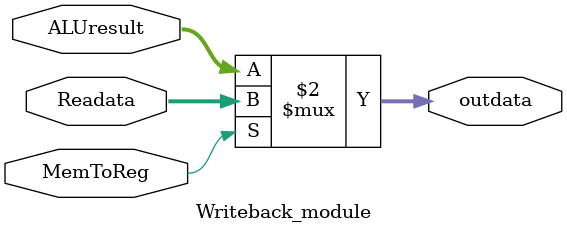
<source format=v>

module Writeback_module(Readata, ALUresult, MemToReg, outdata);
	input [31:0] Readata, ALUresult;
	input MemToReg;
	output [31:0] outdata;
	
	assign outdata = (MemToReg == 1'b1) ? Readata : ALUresult;
endmodule 
</source>
